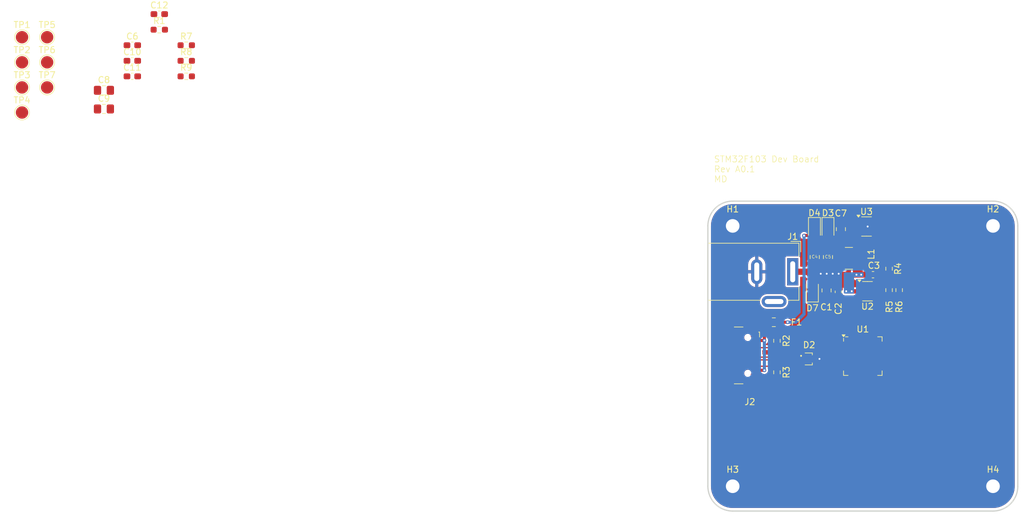
<source format=kicad_pcb>
(kicad_pcb (version 20241229) (generator "pcbnew") (generator_version "9.0")
  (layers (0 "F.Cu" signal) (4 "In1.Cu" signal) (6 "In2.Cu" signal) (2 "B.Cu" signal) (13 "F.Paste" user) (15 "B.Paste" user) (5 "F.SilkS" user "F.Silkscreen") (7 "B.SilkS" user "B.Silkscreen") (1 "F.Mask" user) (3 "B.Mask" user) (25 "Edge.Cuts" user))
  (net 0 "")
  (net 1 "+12V_D")
  (net 2 "GND")
  (net 3 "Net-(U2-SW)")
  (net 4 "Net-(U2-BOOT)")
  (net 5 "+5V_BOOST")
  (net 6 "Net-(U2-FB)")
  (net 7 "Net-(C6-Pad2)")
  (net 8 "+5V")
  (net 9 "+3V3")
  (net 10 "/USB_DN")
  (net 11 "/USB_DP")
  (net 12 "Net-(D1-A)")
  (net 13 "Net-(J2-CC1)")
  (net 14 "Net-(J2-CC2)")
  (net 15 "Net-(D5-A)")
  (net 16 "VBUS")
  (net 17 "Net-(D6-A)")
  (net 18 "Net-(D9-A)")
  (net 48 "+12V")
  (net 49 "Net-(F1-Pad1)")
  (footprint "Diode_SMD:D_0805_2012Metric_Pad1.15x1.40mm_HandSolder" (layer "F.Cu") (at 142.1892 79.510999 -90)
    (property "Reference" "D4" (at -2.599799 0 180) (layer "F.SilkS"))
    (property "Value" "D_Small")
    (fp_line (start -1.86 0.96) (end 1 0.96) (stroke (width 0.12)) (layer "F.SilkS"))
    (fp_line (start -1.86 -0.96) (end -1.86 0.96) (stroke (width 0.12)) (layer "F.SilkS"))
    (fp_line (start 1 -0.96) (end -1.86 -0.96) (stroke (width 0.12)) (layer "F.SilkS"))
    (pad "1" smd roundrect (at -1.024999 0 270) (size 1.15 1.4) (layers "F.Cu" "F.Mask" "F.Paste") (roundrect_rratio 0.217391) (net 8 "+5V"))
    (pad "2" smd roundrect (at 1.024999 0 270) (size 1.15 1.4) (layers "F.Cu" "F.Mask" "F.Paste") (roundrect_rratio 0.217391) (net 16 "VBUS"))
  )
  (footprint "Package_TO_SOT_SMD:SOT-23-6" (layer "F.Cu") (at 150.749 89.535)
    (property "Reference" "U2" (at 0 2.4638 0) (layer "F.SilkS"))
    (property "Value" "TPS54202DDC")
    (fp_line (start 0 -1.56) (end -0.8 -1.56) (stroke (width 0.12)) (layer "F.SilkS"))
    (fp_line (start 0 -1.56) (end 0.8 -1.56) (stroke (width 0.12)) (layer "F.SilkS"))
    (fp_line (start 0 1.56) (end -0.8 1.56) (stroke (width 0.12)) (layer "F.SilkS"))
    (fp_line (start 0 1.56) (end 0.8 1.56) (stroke (width 0.12)) (layer "F.SilkS"))
    (fp_poly (pts (xy -1.3 -1.51) (xy -1.54 -1.84) (xy -1.06 -1.84)) (stroke (width 0.12)) (fill yes) (layer "F.SilkS"))
    (pad "1" smd roundrect (at -1.1375 -0.95) (size 1.325 0.6) (layers "F.Cu" "F.Mask" "F.Paste") (net 2 "GND"))
    (pad "2" smd roundrect (at -1.1375 0) (size 1.325 0.6) (layers "F.Cu" "F.Mask" "F.Paste") (net 3 "Net-(U2-SW)"))
    (pad "3" smd roundrect (at -1.1375 0.95) (size 1.325 0.6) (layers "F.Cu" "F.Mask" "F.Paste") (net 1 "+12V_D"))
    (pad "4" smd roundrect (at 1.1375 0.95) (size 1.325 0.6) (layers "F.Cu" "F.Mask" "F.Paste") (net 6 "Net-(U2-FB)"))
    (pad "5" smd roundrect (at 1.1375 0) (size 1.325 0.6) (layers "F.Cu" "F.Mask" "F.Paste") (net 1 "+12V_D"))
    (pad "6" smd roundrect (at 1.1375 -0.95) (size 1.325 0.6) (layers "F.Cu" "F.Mask" "F.Paste") (net 4 "Net-(U2-BOOT)"))
  )
  (footprint "Capacitor_SMD:C_0603_1608Metric_Pad1.08x0.95mm_HandSolder" (layer "F.Cu") (at 146.05 89.638 90)
    (property "Reference" "C2" (at -2.7164 0 270) (layer "F.SilkS"))
    (property "Value" "0.1u")
    (fp_line (start -0.146267 -0.51) (end 0.146267 -0.51) (stroke (width 0.12)) (layer "F.SilkS"))
    (fp_line (start -0.146267 0.51) (end 0.146267 0.51) (stroke (width 0.12)) (layer "F.SilkS"))
    (pad "1" smd roundrect (at -0.862501 0 90) (size 1.075 0.95) (layers "F.Cu" "F.Mask" "F.Paste") (net 1 "+12V_D"))
    (pad "2" smd roundrect (at 0.862501 0 90) (size 1.075 0.95) (layers "F.Cu" "F.Mask" "F.Paste") (net 2 "GND"))
  )
  (footprint "Package_TO_SOT_SMD:SOT-23-5" (layer "F.Cu") (at 150.5911 79.0956)
    (property "Reference" "U3" (at 0 -2.4 0) (layer "F.SilkS"))
    (property "Value" "TLV75533PDBV")
    (fp_line (start 0 -1.560001) (end -0.8 -1.56) (stroke (width 0.12)) (layer "F.SilkS"))
    (fp_line (start 0 -1.560001) (end 0.8 -1.56) (stroke (width 0.12)) (layer "F.SilkS"))
    (fp_line (start 0 1.560001) (end -0.8 1.56) (stroke (width 0.12)) (layer "F.SilkS"))
    (fp_line (start 0 1.560001) (end 0.8 1.56) (stroke (width 0.12)) (layer "F.SilkS"))
    (fp_poly (pts (xy -1.3 -1.51) (xy -1.54 -1.84) (xy -1.06 -1.84)) (stroke (width 0.12)) (fill yes) (layer "F.SilkS"))
    (pad "1" smd roundrect (at -1.1375 -0.949999) (size 1.325 0.6) (layers "F.Cu" "F.Mask" "F.Paste") (net 8 "+5V"))
    (pad "2" smd roundrect (at -1.1375 0) (size 1.325 0.6) (layers "F.Cu" "F.Mask" "F.Paste") (net 2 "GND"))
    (pad "3" smd roundrect (at -1.1375 0.949999) (size 1.325 0.6) (layers "F.Cu" "F.Mask" "F.Paste") (net 8 "+5V"))
    (pad "4" smd roundrect (at 1.1375 0.949999) (size 1.325 0.6) (layers "F.Cu" "F.Mask" "F.Paste"))
    (pad "5" smd roundrect (at 1.1375 -0.949999) (size 1.325 0.6) (layers "F.Cu" "F.Mask" "F.Paste") (net 9 "+3V3"))
  )
  (footprint "Resistor_SMD:R_0603_1608Metric_Pad0.98x0.95mm_HandSolder" (layer "F.Cu") (at 154.2288 85.9028 -90)
    (property "Reference" "R4" (at 0 -1.43 90) (layer "F.SilkS"))
    (property "Value" "49.9")
    (fp_line (start -0.254724 0.5225) (end 0.254724 0.5225) (stroke (width 0.12)) (layer "F.SilkS"))
    (fp_line (start -0.254724 -0.5225) (end 0.254724 -0.5225) (stroke (width 0.12)) (layer "F.SilkS"))
    (pad "1" smd roundrect (at -0.9125 0 270) (size 0.975 0.95) (layers "F.Cu" "F.Mask" "F.Paste") (net 5 "+5V_BOOST"))
    (pad "2" smd roundrect (at 0.9125 0 270) (size 0.975 0.95) (layers "F.Cu" "F.Mask" "F.Paste") (net 7 "Net-(C6-Pad2)"))
  )
  (footprint "TestPoint:TestPoint_Pad_D2.0mm" (layer "F.Cu") (at 18.401 56.656)
    (property "Reference" "TP7" (at 0 -1.998 0) (layer "F.SilkS"))
    (property "Value" "TestPoint")
    (fp_circle (center 0 0) (end 0 1.2) (stroke (width 0.12)) (fill no) (layer "F.SilkS"))
    (pad "1" smd circle (at 0 0) (size 2 2) (layers "F.Cu" "F.Mask") (net 16 "VBUS"))
  )
  (footprint "Package_TO_SOT_SMD:SOT-416" (layer "F.Cu") (at 141.336 100.457)
    (property "Reference" "D2" (at 0 -2.25 0) (layer "F.SilkS"))
    (property "Value" "RCLAMP0502B")
    (fp_line (start 0.51 -0.96) (end -0.65 -0.96) (stroke (width 0.12)) (layer "F.SilkS"))
    (fp_line (start 0.51 -0.96) (end 0.51 -0.65) (stroke (width 0.12)) (layer "F.SilkS"))
    (fp_line (start 0.51 0.96) (end -0.65 0.96) (stroke (width 0.12)) (layer "F.SilkS"))
    (fp_line (start 0.51 0.96) (end 0.51 0.65) (stroke (width 0.12)) (layer "F.SilkS"))
    (fp_circle (center -1.3 -0.5) (end -1.15 -0.5) (fill yes) (layer "F.SilkS"))
    (pad "1" smd roundrect (at -0.65 -0.5) (size 0.6 0.5) (layers "F.Cu" "F.Mask" "F.Paste") (net 10 "/USB_DN"))
    (pad "2" smd roundrect (at -0.65 0.5) (size 0.6 0.5) (layers "F.Cu" "F.Mask" "F.Paste") (net 11 "/USB_DP"))
    (pad "3" smd roundrect (at 0.65 0) (size 0.6 0.5) (layers "F.Cu" "F.Mask" "F.Paste") (net 2 "GND"))
  )
  (footprint "Connector_BarrelJack:BarrelJack_Wuerth_6941xx301002" (layer "F.Cu") (at 138.684 86.395 -90)
    (property "Reference" "J1" (at -5.6738 0 0) (layer "F.SilkS"))
    (property "Value" "12V")
    (fp_line (start -4.6 13.7) (end -4.6 -1) (stroke (width 0.12)) (layer "F.SilkS"))
    (fp_line (start 4.6 13.7) (end -4.6 13.7) (stroke (width 0.12)) (layer "F.SilkS"))
    (fp_line (start 4.6 5.2) (end 4.6 13.7) (stroke (width 0.12)) (layer "F.SilkS"))
    (fp_line (start -4.6 -1) (end -2.5 -1) (stroke (width 0.12)) (layer "F.SilkS"))
    (fp_line (start 2.5 -1) (end 4.6 -1) (stroke (width 0.12)) (layer "F.SilkS"))
    (fp_line (start 4.6 -1) (end 4.6 0.8) (stroke (width 0.12)) (layer "F.SilkS"))
    (fp_line (start -4.9 -1.3) (end -4.9 0.3) (stroke (width 0.12)) (layer "F.SilkS"))
    (fp_line (start -3.2 -1.3) (end -4.9 -1.3) (stroke (width 0.12)) (layer "F.SilkS"))
    (pad "1" thru_hole rect (at 0 0 270) (size 4.4 1.8) (drill oval 3.4 0.8) (layers "*.Cu" "*.Mask") (net 48 "+12V"))
    (pad "2" thru_hole oval (at 0 5.8 270) (size 4 1.8) (drill oval 3 0.8) (layers "*.Cu" "*.Mask") (net 2 "GND"))
    (pad "3" thru_hole oval (at 4.8 3) (size 4 1.8) (drill oval 3 0.8) (layers "*.Cu" "*.Mask"))
  )
  (footprint "Resistor_SMD:R_0603_1608Metric_Pad0.98x0.95mm_HandSolder" (layer "F.Cu") (at 40.845 49.8515)
    (property "Reference" "R7" (at 0 -1.43 0) (layer "F.SilkS"))
    (property "Value" "1k")
    (fp_line (start -0.254724 -0.5225) (end 0.254724 -0.5225) (stroke (width 0.12)) (layer "F.SilkS"))
    (fp_line (start -0.254724 0.5225) (end 0.254724 0.5225) (stroke (width 0.12)) (layer "F.SilkS"))
    (pad "1" smd roundrect (at -0.9125 0) (size 0.975 0.95) (layers "F.Cu" "F.Mask" "F.Paste") (net 5 "+5V_BOOST"))
    (pad "2" smd roundrect (at 0.9125 0) (size 0.975 0.95) (layers "F.Cu" "F.Mask" "F.Paste") (net 15 "Net-(D5-A)"))
  )
  (footprint "Capacitor_SMD:C_0805_2012Metric_Pad1.18x1.45mm_HandSolder" (layer "F.Cu") (at 144.145 89.408 90)
    (property "Reference" "C1" (at -2.6924 -0.0254 180) (layer "F.SilkS"))
    (property "Value" "10U")
    (fp_line (start -0.261253 -0.735) (end 0.261253 -0.735) (stroke (width 0.12)) (layer "F.SilkS"))
    (fp_line (start -0.261253 0.735) (end 0.261253 0.735) (stroke (width 0.12)) (layer "F.SilkS"))
    (pad "1" smd roundrect (at -1.0375 0 90) (size 1.175 1.45) (layers "F.Cu" "F.Mask" "F.Paste") (roundrect_rratio 0.212766) (net 1 "+12V_D"))
    (pad "2" smd roundrect (at 1.0375 0 90) (size 1.175 1.45) (layers "F.Cu" "F.Mask" "F.Paste") (roundrect_rratio 0.212766) (net 2 "GND"))
  )
  (footprint "TestPoint:TestPoint_Pad_D2.0mm" (layer "F.Cu") (at 14.351 52.606)
    (property "Reference" "TP2" (at 0 -1.998 0) (layer "F.SilkS"))
    (property "Value" "TestPoint")
    (fp_circle (center 0 0) (end 0 1.2) (stroke (width 0.12)) (fill no) (layer "F.SilkS"))
    (pad "1" smd circle (at 0 0) (size 2 2) (layers "F.Cu" "F.Mask") (net 1 "+12V_D"))
  )
  (footprint "TestPoint:TestPoint_Pad_D2.0mm" (layer "F.Cu") (at 14.351 60.706)
    (property "Reference" "TP4" (at 0 -1.998 0) (layer "F.SilkS"))
    (property "Value" "TestPoint")
    (fp_circle (center 0 0) (end 0 1.2) (stroke (width 0.12)) (fill no) (layer "F.SilkS"))
    (pad "1" smd circle (at 0 0) (size 2 2) (layers "F.Cu" "F.Mask") (net 6 "Net-(U2-FB)"))
  )
  (footprint "Capacitor_SMD:C_0805_2012Metric_Pad1.18x1.45mm_HandSolder" (layer "F.Cu") (at 144.3736 84.0232 -90)
    (property "Reference" "C5" (at -0.0508 0 180) (layer "F.SilkS") (effects (font (size 0.5 0.5) (thickness 0.0625))))
    (property "Value" "22u")
    (fp_line (start -0.261253 0.735) (end 0.261253 0.735) (stroke (width 0.12)) (layer "F.SilkS"))
    (fp_line (start -0.261253 -0.735) (end 0.261253 -0.735) (stroke (width 0.12)) (layer "F.SilkS"))
    (pad "1" smd roundrect (at -1.0375 0 270) (size 1.175 1.45) (layers "F.Cu" "F.Mask" "F.Paste") (roundrect_rratio 0.212766) (net 5 "+5V_BOOST"))
    (pad "2" smd roundrect (at 1.0375 0 270) (size 1.175 1.45) (layers "F.Cu" "F.Mask" "F.Paste") (roundrect_rratio 0.212766) (net 2 "GND"))
  )
  (footprint "Resistor_SMD:R_0603_1608Metric_Pad0.98x0.95mm_HandSolder" (layer "F.Cu") (at 136.144 102.616 -90)
    (property "Reference" "R3" (at 0 -1.524 90) (layer "F.SilkS"))
    (property "Value" "5.1k")
    (fp_line (start -0.254724 0.5225) (end 0.254724 0.5225) (stroke (width 0.12)) (layer "F.SilkS"))
    (fp_line (start -0.254724 -0.5225) (end 0.254724 -0.5225) (stroke (width 0.12)) (layer "F.SilkS"))
    (pad "1" smd roundrect (at -0.9125 0 270) (size 0.975 0.95) (layers "F.Cu" "F.Mask" "F.Paste") (net 14 "Net-(J2-CC2)"))
    (pad "2" smd roundrect (at 0.9125 0 270) (size 0.975 0.95) (layers "F.Cu" "F.Mask" "F.Paste") (net 2 "GND"))
  )
  (footprint "Resistor_SMD:R_0603_1608Metric_Pad0.98x0.95mm_HandSolder" (layer "F.Cu") (at 155.8544 89.3572 90)
    (property "Reference" "R6" (at -2.6924 0 90) (layer "F.SilkS"))
    (property "Value" "13.3k")
    (fp_line (start -0.254724 -0.5225) (end 0.254724 -0.5225) (stroke (width 0.12)) (layer "F.SilkS"))
    (fp_line (start -0.254724 0.5225) (end 0.254724 0.5225) (stroke (width 0.12)) (layer "F.SilkS"))
    (pad "1" smd roundrect (at -0.9125 0 90) (size 0.975 0.95) (layers "F.Cu" "F.Mask" "F.Paste") (net 6 "Net-(U2-FB)"))
    (pad "2" smd roundrect (at 0.9125 0 90) (size 0.975 0.95) (layers "F.Cu" "F.Mask" "F.Paste") (net 2 "GND"))
  )
  (footprint "Resistor_SMD:R_0603_1608Metric_Pad0.98x0.95mm_HandSolder" (layer "F.Cu") (at 154.2288 89.3572 -90)
    (property "Reference" "R5" (at 2.6924 -0.0508 90) (layer "F.SilkS"))
    (property "Value" "100k")
    (fp_line (start -0.254724 0.5225) (end 0.254724 0.5225) (stroke (width 0.12)) (layer "F.SilkS"))
    (fp_line (start -0.254724 -0.5225) (end 0.254724 -0.5225) (stroke (width 0.12)) (layer "F.SilkS"))
    (pad "1" smd roundrect (at -0.9125 0 270) (size 0.975 0.95) (layers "F.Cu" "F.Mask" "F.Paste") (net 7 "Net-(C6-Pad2)"))
    (pad "2" smd roundrect (at 0.9125 0 270) (size 0.975 0.95) (layers "F.Cu" "F.Mask" "F.Paste") (net 6 "Net-(U2-FB)"))
  )
  (footprint "Capacitor_SMD:C_0805_2012Metric_Pad1.18x1.45mm_HandSolder" (layer "F.Cu") (at 27.565 57.1215)
    (property "Reference" "C8" (at 0 -1.68 0) (layer "F.SilkS"))
    (property "Value" "1u")
    (fp_line (start -0.261252 -0.735) (end 0.261252 -0.735) (stroke (width 0.12)) (layer "F.SilkS"))
    (fp_line (start -0.261252 0.735) (end 0.261252 0.735) (stroke (width 0.12)) (layer "F.SilkS"))
    (pad "1" smd roundrect (at -1.0375 0) (size 1.175 1.45) (layers "F.Cu" "F.Mask" "F.Paste") (roundrect_rratio 0.212766) (net 9 "+3V3"))
    (pad "2" smd roundrect (at 1.0375 0) (size 1.175 1.45) (layers "F.Cu" "F.Mask" "F.Paste") (roundrect_rratio 0.212766) (net 2 "GND"))
  )
  (footprint "TestPoint:TestPoint_Pad_D2.0mm" (layer "F.Cu") (at 14.351 48.556)
    (property "Reference" "TP1" (at 0 -1.998 0) (layer "F.SilkS"))
    (property "Value" "TestPoint")
    (fp_circle (center 0 0) (end 0 1.2) (stroke (width 0.12)) (fill no) (layer "F.SilkS"))
    (pad "1" smd circle (at 0 0) (size 2 2) (layers "F.Cu" "F.Mask") (net 48 "+12V"))
  )
  (footprint "Inductor_SMD:L_Coilcraft_LPS3314" (layer "F.Cu") (at 147.751199 84.2264 180)
    (property "Reference" "L1" (at -3.582001 0.6604 90) (layer "F.SilkS"))
    (property "Value" "15uH")
    (fp_line (start -0.6 1.76) (end 0.6 1.76) (stroke (width 0.12)) (layer "F.SilkS"))
    (fp_line (start -0.6 -1.76) (end 0.6 -1.76) (stroke (width 0.12)) (layer "F.SilkS"))
    (pad "1" smd custom (at -1.550001 0 180) (size 0.6 0.881) (layers "F.Cu" "F.Mask" "F.Paste") (net 3 "Net-(U2-SW)") (options (clearance outline) (anchor rect)) (primitives (gr_poly (pts (xy 0.75 -0.885) (xy 0.3 -0.4405) (xy 0.3 0.4405) (xy 0.75 0.885) (xy 0.75 1.85) (xy 0.225 1.85) (xy -0.3 1.325) (xy -0.3 -1.325) (xy 0.225 -1.85) (xy 0.75 -1.85)) (width 0) (fill yes))))
    (pad "2" smd custom (at 1.550001 0) (size 0.6 0.881) (layers "F.Cu" "F.Mask" "F.Paste") (net 5 "+5V_BOOST") (options (clearance outline) (anchor rect)) (primitives (gr_poly (pts (xy 0.75 -0.885) (xy 0.3 -0.4405) (xy 0.3 0.4405) (xy 0.75 0.885) (xy 0.75 1.85) (xy 0.225 1.85) (xy -0.3 1.325) (xy -0.3 -1.325) (xy 0.225 -1.85) (xy 0.75 -1.85)) (width 0) (fill yes))))
  )
  (footprint "Resistor_SMD:R_0603_1608Metric_Pad0.98x0.95mm_HandSolder" (layer "F.Cu") (at 40.845 52.3615)
    (property "Reference" "R8" (at 0 -1.43 0) (layer "F.SilkS"))
    (property "Value" "1k")
    (fp_line (start -0.254724 -0.5225) (end 0.254724 -0.5225) (stroke (width 0.12)) (layer "F.SilkS"))
    (fp_line (start -0.254724 0.5225) (end 0.254724 0.5225) (stroke (width 0.12)) (layer "F.SilkS"))
    (pad "1" smd roundrect (at -0.9125 0) (size 0.975 0.95) (layers "F.Cu" "F.Mask" "F.Paste") (net 16 "VBUS"))
    (pad "2" smd roundrect (at 0.9125 0) (size 0.975 0.95) (layers "F.Cu" "F.Mask" "F.Paste") (net 17 "Net-(D6-A)"))
  )
  (footprint "Capacitor_SMD:C_0805_2012Metric_Pad1.18x1.45mm_HandSolder" (layer "F.Cu") (at 146.4564 79.5235 -90)
    (property "Reference" "C7" (at -2.5615 0 180) (layer "F.SilkS"))
    (property "Value" "1u")
    (fp_line (start -0.261253 0.735) (end 0.261253 0.735) (stroke (width 0.12)) (layer "F.SilkS"))
    (fp_line (start -0.261253 -0.735) (end 0.261253 -0.735) (stroke (width 0.12)) (layer "F.SilkS"))
    (pad "1" smd roundrect (at -1.0375 0 270) (size 1.175 1.45) (layers "F.Cu" "F.Mask" "F.Paste") (roundrect_rratio 0.212766) (net 8 "+5V"))
    (pad "2" smd roundrect (at 1.0375 0 270) (size 1.175 1.45) (layers "F.Cu" "F.Mask" "F.Paste") (roundrect_rratio 0.212766) (net 2 "GND"))
  )
  (footprint "Package_DFN_QFN:QFN-36-1EP_6x6mm_P0.5mm_EP4.1x4.1mm" (layer "F.Cu") (at 150 100)
    (property "Reference" "U1" (at 0 -4.33 0) (layer "F.SilkS"))
    (property "Value" "STM32F103T6Ux")
    (fp_line (start -3.11 -2.385) (end -3.11 -2.87) (stroke (width 0.12)) (layer "F.SilkS"))
    (fp_line (start -3.11 3.11) (end -3.11 2.385) (stroke (width 0.12)) (layer "F.SilkS"))
    (fp_line (start -2.385 -3.11) (end -2.81 -3.11) (stroke (width 0.12)) (layer "F.SilkS"))
    (fp_line (start -2.385 3.11) (end -3.11 3.11) (stroke (width 0.12)) (layer "F.SilkS"))
    (fp_line (start 2.385 -3.11) (end 3.11 -3.11) (stroke (width 0.12)) (layer "F.SilkS"))
    (fp_line (start 2.385 3.11) (end 3.11 3.11) (stroke (width 0.12)) (layer "F.SilkS"))
    (fp_line (start 3.11 -3.11) (end 3.11 -2.385) (stroke (width 0.12)) (layer "F.SilkS"))
    (fp_line (start 3.11 3.11) (end 3.11 2.385) (stroke (width 0.12)) (layer "F.SilkS"))
    (fp_poly (pts (xy -3.11 -3.11) (xy -3.35 -3.44) (xy -2.87 -3.44)) (stroke (width 0.12)) (fill yes) (layer "F.SilkS"))
    (pad "1" smd roundrect (at -2.8375 -2) (size 1.075 0.25) (layers "F.Cu" "F.Mask" "F.Paste") (net 9 "+3V3"))
    (pad "2" smd roundrect (at -2.8375 -1.5) (size 1.075 0.25) (layers "F.Cu" "F.Mask" "F.Paste"))
    (pad "3" smd roundrect (at -2.8375 -1) (size 1.075 0.25) (layers "F.Cu" "F.Mask" "F.Paste"))
    (pad "4" smd roundrect (at -2.8375 -0.5) (size 1.075 0.25) (layers "F.Cu" "F.Mask" "F.Paste"))
    (pad "5" smd roundrect (at -2.8375 0) (size 1.075 0.25) (layers "F.Cu" "F.Mask" "F.Paste") (net 2 "GND"))
    (pad "6" smd roundrect (at -2.8375 0.5) (size 1.075 0.25) (layers "F.Cu" "F.Mask" "F.Paste") (net 9 "+3V3"))
    (pad "7" smd roundrect (at -2.8375 1) (size 1.075 0.25) (layers "F.Cu" "F.Mask" "F.Paste"))
    (pad "8" smd roundrect (at -2.8375 1.5) (size 1.075 0.25) (layers "F.Cu" "F.Mask" "F.Paste"))
    (pad "9" smd roundrect (at -2.8375 2) (size 1.075 0.25) (layers "F.Cu" "F.Mask" "F.Paste"))
    (pad "10" smd roundrect (at -2 2.8375) (size 0.25 1.075) (layers "F.Cu" "F.Mask" "F.Paste"))
    (pad "11" smd roundrect (at -1.5 2.8375) (size 0.25 1.075) (layers "F.Cu" "F.Mask" "F.Paste"))
    (pad "12" smd roundrect (at -1 2.8375) (size 0.25 1.075) (layers "F.Cu" "F.Mask" "F.Paste"))
    (pad "13" smd roundrect (at -0.5 2.8375) (size 0.25 1.075) (layers "F.Cu" "F.Mask" "F.Paste"))
    (pad "14" smd roundrect (at 0 2.8375) (size 0.25 1.075) (layers "F.Cu" "F.Mask" "F.Paste"))
    (pad "15" smd roundrect (at 0.5 2.8375) (size 0.25 1.075) (layers "F.Cu" "F.Mask" "F.Paste"))
    (pad "16" smd roundrect (at 1 2.8375) (size 0.25 1.075) (layers "F.Cu" "F.Mask" "F.Paste"))
    (pad "17" smd roundrect (at 1.5 2.8375) (size 0.25 1.075) (layers "F.Cu" "F.Mask" "F.Paste"))
    (pad "18" smd roundrect (at 2 2.8375) (size 0.25 1.075) (layers "F.Cu" "F.Mask" "F.Paste") (net 2 "GND"))
    (pad "19" smd roundrect (at 2.8375 2) (size 1.075 0.25) (layers "F.Cu" "F.Mask" "F.Paste") (net 9 "+3V3"))
    (pad "20" smd roundrect (at 2.8375 1.5) (size 1.075 0.25) (layers "F.Cu" "F.Mask" "F.Paste"))
    (pad "21" smd roundrect (at 2.8375 1) (size 1.075 0.25) (layers "F.Cu" "F.Mask" "F.Paste"))
    (pad "22" smd roundrect (at 2.8375 0.5) (size 1.075 0.25) (layers "F.Cu" "F.Mask" "F.Paste"))
    (pad "23" smd roundrect (at 2.8375 0) (size 1.075 0.25) (layers "F.Cu" "F.Mask" "F.Paste"))
    (pad "24" smd roundrect (at 2.8375 -0.5) (size 1.075 0.25) (layers "F.Cu" "F.Mask" "F.Paste"))
    (pad "25" smd roundrect (at 2.8375 -1) (size 1.075 0.25) (layers "F.Cu" "F.Mask" "F.Paste"))
    (pad "26" smd roundrect (at 2.8375 -1.5) (size 1.075 0.25) (layers "F.Cu" "F.Mask" "F.Paste") (net 2 "GND"))
    (pad "27" smd roundrect (at 2.8375 -2) (size 1.075 0.25) (layers "F.Cu" "F.Mask" "F.Paste") (net 9 "+3V3"))
    (pad "28" smd roundrect (at 2 -2.8375) (size 0.25 1.075) (layers "F.Cu" "F.Mask" "F.Paste"))
    (pad "29" smd roundrect (at 1.5 -2.8375) (size 0.25 1.075) (layers "F.Cu" "F.Mask" "F.Paste"))
    (pad "30" smd roundrect (at 1 -2.8375) (size 0.25 1.075) (layers "F.Cu" "F.Mask" "F.Paste"))
    (pad "31" smd roundrect (at 0.5 -2.8375) (size 0.25 1.075) (layers "F.Cu" "F.Mask" "F.Paste"))
    (pad "32" smd roundrect (at 0 -2.8375) (size 0.25 1.075) (layers "F.Cu" "F.Mask" "F.Paste"))
    (pad "33" smd roundrect (at -0.5 -2.8375) (size 0.25 1.075) (layers "F.Cu" "F.Mask" "F.Paste"))
    (pad "34" smd roundrect (at -1 -2.8375) (size 0.25 1.075) (layers "F.Cu" "F.Mask" "F.Paste"))
    (pad "35" smd roundrect (at -1.5 -2.8375) (size 0.25 1.075) (layers "F.Cu" "F.Mask" "F.Paste"))
    (pad "36" smd roundrect (at -2 -2.8375) (size 0.25 1.075) (layers "F.Cu" "F.Mask" "F.Paste") (net 2 "GND"))
    (pad "37" smd rect (at 0 0) (size 4.1 4.1) (property pad_prop_heatsink) (layers "F.Cu" "F.Mask") (net 2 "GND"))
  )
  (footprint "TestPoint:TestPoint_Pad_D2.0mm" (layer "F.Cu") (at 18.401 48.556)
    (property "Reference" "TP5" (at 0 -1.998 0) (layer "F.SilkS"))
    (property "Value" "TestPoint")
    (fp_circle (center 0 0) (end 0 1.2) (stroke (width 0.12)) (fill no) (layer "F.SilkS"))
    (pad "1" smd circle (at 0 0) (size 2 2) (layers "F.Cu" "F.Mask") (net 8 "+5V"))
  )
  (footprint "Capacitor_SMD:C_0805_2012Metric_Pad1.18x1.45mm_HandSolder" (layer "F.Cu") (at 142.24 84.0232 -90)
    (property "Reference" "C4" (at -0.0508 0 180) (layer "F.SilkS") (effects (font (size 0.5 0.5) (thickness 0.0625))))
    (property "Value" "22u")
    (fp_line (start -0.261253 0.735) (end 0.261253 0.735) (stroke (width 0.12)) (layer "F.SilkS"))
    (fp_line (start -0.261253 -0.735) (end 0.261253 -0.735) (stroke (width 0.12)) (layer "F.SilkS"))
    (pad "1" smd roundrect (at -1.0375 0 270) (size 1.175 1.45) (layers "F.Cu" "F.Mask" "F.Paste") (roundrect_rratio 0.212766) (net 5 "+5V_BOOST"))
    (pad "2" smd roundrect (at 1.0375 0 270) (size 1.175 1.45) (layers "F.Cu" "F.Mask" "F.Paste") (roundrect_rratio 0.212766) (net 2 "GND"))
  )
  (footprint "Diode_SMD:D_0805_2012Metric_Pad1.15x1.40mm_HandSolder" (layer "F.Cu") (at 141.859 89.408 90)
    (property "Reference" "D7" (at -2.8448 0 180) (layer "F.SilkS"))
    (property "Value" "D_Small")
    (fp_line (start 1 -0.96) (end -1.86 -0.96) (stroke (width 0.12)) (layer "F.SilkS"))
    (fp_line (start -1.86 -0.96) (end -1.86 0.96) (stroke (width 0.12)) (layer "F.SilkS"))
    (fp_line (start -1.86 0.96) (end 1 0.96) (stroke (width 0.12)) (layer "F.SilkS"))
    (pad "1" smd roundrect (at -1.024999 0 90) (size 1.15 1.4) (layers "F.Cu" "F.Mask" "F.Paste") (roundrect_rratio 0.217391) (net 1 "+12V_D"))
    (pad "2" smd roundrect (at 1.024999 0 90) (size 1.15 1.4) (layers "F.Cu" "F.Mask" "F.Paste") (roundrect_rratio 0.217391) (net 48 "+12V"))
  )
  (footprint "MountingHole:MountingHole_2.2mm_M2_ISO7380_Pad_TopBottom" (layer "F.Cu") (at 171 121)
    (property "Reference" "H4" (at 0 -2.7 0) (layer "F.SilkS"))
    (property "Value" "M2")
    (pad "1" thru_hole circle (at 0 0) (size 2.6 2.6) (drill 2.2) (layers "*.Cu" "*.Mask") (net 2 "GND"))
    (pad "1" connect circle (at 0 0) (size 3.5 3.5) (layers "F.Cu" "F.Mask") (net 2 "GND"))
    (pad "1" connect circle (at 0 0) (size 3.5 3.5) (layers "B.Cu" "B.Mask") (net 2 "GND"))
  )
  (footprint "MountingHole:MountingHole_2.2mm_M2_ISO7380_Pad_TopBottom" (layer "F.Cu") (at 129 121)
    (property "Reference" "H3" (at 0 -2.7 0) (layer "F.SilkS"))
    (property "Value" "M2")
    (pad "1" thru_hole circle (at 0 0) (size 2.6 2.6) (drill 2.2) (layers "*.Cu" "*.Mask") (net 2 "GND"))
    (pad "1" connect circle (at 0 0) (size 3.5 3.5) (layers "F.Cu" "F.Mask") (net 2 "GND"))
    (pad "1" connect circle (at 0 0) (size 3.5 3.5) (layers "B.Cu" "B.Mask") (net 2 "GND"))
  )
  (footprint "TestPoint:TestPoint_Pad_D2.0mm" (layer "F.Cu") (at 18.401 52.606)
    (property "Reference" "TP6" (at 0 -1.998 0) (layer "F.SilkS"))
    (property "Value" "TestPoint")
    (fp_circle (center 0 0) (end 0 1.2) (stroke (width 0.12)) (fill no) (layer "F.SilkS"))
    (pad "1" smd circle (at 0 0) (size 2 2) (layers "F.Cu" "F.Mask") (net 9 "+3V3"))
  )
  (footprint "Capacitor_SMD:C_0805_2012Metric_Pad1.18x1.45mm_HandSolder" (layer "F.Cu") (at 27.565 60.1315)
    (property "Reference" "C9" (at 0 -1.68 0) (layer "F.SilkS"))
    (property "Value" "10U")
    (fp_line (start -0.261252 -0.735) (end 0.261252 -0.735) (stroke (width 0.12)) (layer "F.SilkS"))
    (fp_line (start -0.261252 0.735) (end 0.261252 0.735) (stroke (width 0.12)) (layer "F.SilkS"))
    (pad "1" smd roundrect (at -1.0375 0) (size 1.175 1.45) (layers "F.Cu" "F.Mask" "F.Paste") (roundrect_rratio 0.212766) (net 9 "+3V3"))
    (pad "2" smd roundrect (at 1.0375 0) (size 1.175 1.45) (layers "F.Cu" "F.Mask" "F.Paste") (roundrect_rratio 0.212766) (net 2 "GND"))
  )
  (footprint "Capacitor_SMD:C_0603_1608Metric_Pad1.08x0.95mm_HandSolder" (layer "F.Cu") (at 36.495 44.8315)
    (property "Reference" "C12" (at 0 -1.43 0) (layer "F.SilkS"))
    (property "Value" "0.1u")
    (fp_line (start -0.146267 -0.51) (end 0.146267 -0.51) (stroke (width 0.12)) (layer "F.SilkS"))
    (fp_line (start -0.146267 0.51) (end 0.146267 0.51) (stroke (width 0.12)) (layer "F.SilkS"))
    (pad "1" smd roundrect (at -0.8625 0) (size 1.075 0.95) (layers "F.Cu" "F.Mask" "F.Paste") (net 9 "+3V3"))
    (pad "2" smd roundrect (at 0.8625 0) (size 1.075 0.95) (layers "F.Cu" "F.Mask" "F.Paste") (net 2 "GND"))
  )
  (footprint "Capacitor_SMD:C_0603_1608Metric_Pad1.08x0.95mm_HandSolder" (layer "F.Cu") (at 32.145 54.8715)
    (property "Reference" "C11" (at 0 -1.43 0) (layer "F.SilkS"))
    (property "Value" "0.1u")
    (fp_line (start -0.146267 -0.51) (end 0.146267 -0.51) (stroke (width 0.12)) (layer "F.SilkS"))
    (fp_line (start -0.146267 0.51) (end 0.146267 0.51) (stroke (width 0.12)) (layer "F.SilkS"))
    (pad "1" smd roundrect (at -0.8625 0) (size 1.075 0.95) (layers "F.Cu" "F.Mask" "F.Paste") (net 9 "+3V3"))
    (pad "2" smd roundrect (at 0.8625 0) (size 1.075 0.95) (layers "F.Cu" "F.Mask" "F.Paste") (net 2 "GND"))
  )
  (footprint "Capacitor_SMD:C_0603_1608Metric_Pad1.08x0.95mm_HandSolder" (layer "F.Cu") (at 32.145 52.3615)
    (property "Reference" "C10" (at 0 -1.43 0) (layer "F.SilkS"))
    (property "Value" "0.1u")
    (fp_line (start -0.146267 -0.51) (end 0.146267 -0.51) (stroke (width 0.12)) (layer "F.SilkS"))
    (fp_line (start -0.146267 0.51) (end 0.146267 0.51) (stroke (width 0.12)) (layer "F.SilkS"))
    (pad "1" smd roundrect (at -0.8625 0) (size 1.075 0.95) (layers "F.Cu" "F.Mask" "F.Paste") (net 9 "+3V3"))
    (pad "2" smd roundrect (at 0.8625 0) (size 1.075 0.95) (layers "F.Cu" "F.Mask" "F.Paste") (net 2 "GND"))
  )
  (footprint "Fuse:Fuse_0805_2012Metric_Pad1.15x1.40mm_HandSolder" (layer "F.Cu") (at 135.636 94.5388)
    (property "Reference" "F1" (at 3.6576 0 0) (layer "F.SilkS"))
    (property "Value" "1A")
    (fp_line (start -0.261252 -0.71) (end 0.261252 -0.71) (stroke (width 0.12)) (layer "F.SilkS"))
    (fp_line (start -0.261252 0.71) (end 0.261252 0.71) (stroke (width 0.12)) (layer "F.SilkS"))
    (pad "1" smd roundrect (at -1.024999 0) (size 1.15 1.4) (layers "F.Cu" "F.Mask" "F.Paste") (roundrect_rratio 0.217391) (net 49 "Net-(F1-Pad1)"))
    (pad "2" smd roundrect (at 1.024999 0) (size 1.15 1.4) (layers "F.Cu" "F.Mask" "F.Paste") (roundrect_rratio 0.217391) (net 16 "VBUS"))
  )
  (footprint "Resistor_SMD:R_0603_1608Metric_Pad0.98x0.95mm_HandSolder" (layer "F.Cu") (at 136.144 97.536 90)
    (property "Reference" "R2" (at 0 1.524 90) (layer "F.SilkS"))
    (property "Value" "5.1k")
    (fp_line (start -0.254724 -0.5225) (end 0.254724 -0.5225) (stroke (width 0.12)) (layer "F.SilkS"))
    (fp_line (start -0.254724 0.5225) (end 0.254724 0.5225) (stroke (width 0.12)) (layer "F.SilkS"))
    (pad "1" smd roundrect (at -0.9125 0 90) (size 0.975 0.95) (layers "F.Cu" "F.Mask" "F.Paste") (net 13 "Net-(J2-CC1)"))
    (pad "2" smd roundrect (at 0.9125 0 90) (size 0.975 0.95) (layers "F.Cu" "F.Mask" "F.Paste") (net 2 "GND"))
  )
  (footprint "MountingHole:MountingHole_2.2mm_M2_ISO7380_Pad_TopBottom" (layer "F.Cu") (at 129 79)
    (property "Reference" "H1" (at 0 -2.7 0) (layer "F.SilkS"))
    (property "Value" "M2")
    (pad "1" thru_hole circle (at 0 0) (size 2.6 2.6) (drill 2.2) (layers "*.Cu" "*.Mask") (net 2 "GND"))
    (pad "1" connect circle (at 0 0) (size 3.5 3.5) (layers "F.Cu" "F.Mask") (net 2 "GND"))
    (pad "1" connect circle (at 0 0) (size 3.5 3.5) (layers "B.Cu" "B.Mask") (net 2 "GND"))
  )
  (footprint "Resistor_SMD:R_0603_1608Metric_Pad0.98x0.95mm_HandSolder" (layer "F.Cu") (at 36.495 47.3415)
    (property "Reference" "R1" (at 0 -1.43 0) (layer "F.SilkS"))
    (property "Value" "1k")
    (fp_line (start -0.254724 -0.5225) (end 0.254724 -0.5225) (stroke (width 0.12)) (layer "F.SilkS"))
    (fp_line (start -0.254724 0.5225) (end 0.254724 0.5225) (stroke (width 0.12)) (layer "F.SilkS"))
    (pad "1" smd roundrect (at -0.9125 0) (size 0.975 0.95) (layers "F.Cu" "F.Mask" "F.Paste") (net 1 "+12V_D"))
    (pad "2" smd roundrect (at 0.9125 0) (size 0.975 0.95) (layers "F.Cu" "F.Mask" "F.Paste") (net 12 "Net-(D1-A)"))
  )
  (footprint "TestPoint:TestPoint_Pad_D2.0mm" (layer "F.Cu") (at 14.351 56.656)
    (property "Reference" "TP3" (at 0 -1.998 0) (layer "F.SilkS"))
    (property "Value" "TestPoint")
    (fp_circle (center 0 0) (end 0 1.2) (stroke (width 0.12)) (fill no) (layer "F.SilkS"))
    (pad "1" smd circle (at 0 0) (size 2 2) (layers "F.Cu" "F.Mask") (net 5 "+5V_BOOST"))
  )
  (footprint "Connector_USB:USB_C_Receptacle_GCT_USB4110" (layer "F.Cu") (at 128.825 99.89 -90)
    (property "Reference" "J2" (at 7.5012 -2.9502 0) (layer "F.SilkS"))
    (property "Value" "USB C")
    (fp_line (start -4.580001 -0.435) (end -4.58 -1.845) (stroke (width 0.12)) (layer "F.SilkS"))
    (fp_line (start 4.580001 -0.435) (end 4.58 -1.845) (stroke (width 0.12)) (layer "F.SilkS"))
    (fp_line (start -2.96 -4.515) (end -3.76 -4.515001) (stroke (width 0.12)) (layer "F.SilkS"))
    (fp_line (start -3.76 -4.515001) (end -3.76 -4.365001) (stroke (width 0.12)) (layer "F.SilkS"))
    (pad "" np_thru_hole circle (at -2.89 -2.605 270) (size 0.65 0.65) (drill 0.65) (layers "F&B.Cu" "*.Mask"))
    (pad "" np_thru_hole circle (at 2.89 -2.605 270) (size 0.65 0.65) (drill 0.65) (layers "F&B.Cu" "*.Mask"))
    (pad "A1" smd roundrect (at -3.2 -3.68 270) (size 0.6 1.15) (layers "F.Cu" "F.Mask" "F.Paste") (net 2 "GND"))
    (pad "A4" smd roundrect (at -2.4 -3.68 270) (size 0.6 1.15) (layers "F.Cu" "F.Mask" "F.Paste") (net 49 "Net-(F1-Pad1)"))
    (pad "A5" smd roundrect (at -1.25 -3.679999 270) (size 0.3 1.15) (layers "F.Cu" "F.Mask" "F.Paste") (net 13 "Net-(J2-CC1)"))
    (pad "A6" smd roundrect (at -0.25 -3.68 270) (size 0.3 1.15) (layers "F.Cu" "F.Mask" "F.Paste") (net 11 "/USB_DP"))
    (pad "A7" smd roundrect (at 0.25 -3.68 270) (size 0.3 1.15) (layers "F.Cu" "F.Mask" "F.Paste") (net 10 "/USB_DN"))
    (pad "A8" smd roundrect (at 1.25 -3.679999 270) (size 0.3 1.15) (layers "F.Cu" "F.Mask" "F.Paste"))
    (pad "A9" smd roundrect (at 2.4 -3.68 270) (size 0.6 1.15) (layers "F.Cu" "F.Mask" "F.Paste") (net 49 "Net-(F1-Pad1)"))
    (pad "A12" smd roundrect (at 3.2 -3.68 270) (size 0.6 1.15) (layers "F.Cu" "F.Mask" "F.Paste") (net 2 "GND"))
    (pad "B1" smd roundrect (at 3.2 -3.68 270) (size 0.6 1.15) (layers "F.Cu" "F.Mask" "F.Paste") (net 2 "GND"))
    (pad "B4" smd roundrect (at 2.4 -3.68 270) (size 0.6 1.15) (layers "F.Cu" "F.Mask" "F.Paste") (net 49 "Net-(F1-Pad1)"))
    (pad "B5" smd roundrect (at 1.75 -3.68 270) (size 0.3 1.15) (layers "F.Cu" "F.Mask" "F.Paste") (net 14 "Net-(J2-CC2)"))
    (pad "B6" smd roundrect (at 0.75 -3.68 270) (size 0.3 1.15) (layers "F.Cu" "F.Mask" "F.Paste") (net 11 "/USB_DP"))
    (pad "B7" smd roundrect (at -0.75 -3.68 270) (size 0.3 1.15) (layers "F.Cu" "F.Mask" "F.Paste") (net 10 "/USB_DN"))
    (pad "B8" smd roundrect (at -1.75 -3.68 270) (size 0.3 1.15) (layers "F.Cu" "F.Mask" "F.Paste"))
    (pad "B9" smd roundrect (at -2.4 -3.68 270) (size 0.6 1.15) (layers "F.Cu" "F.Mask" "F.Paste") (net 49 "Net-(F1-Pad1)"))
    (pad "B12" smd roundrect (at -3.2 -3.68 270) (size 0.6 1.15) (layers "F.Cu" "F.Mask" "F.Paste") (net 2 "GND"))
    (pad "S1" smd roundrect (at -5.11 -3.105 270) (size 2.18 2) (layers "F.Cu" "F.Mask" "F.Paste") (roundrect_rratio 0.125) (net 2 "GND"))
    (pad "S1" smd roundrect (at -5.11 0.825 270) (size 2.18 2) (layers "F.Cu" "F.Mask" "F.Paste") (roundrect_rratio 0.125) (net 2 "GND"))
    (pad "S1" smd roundrect (at 5.11 -3.105 270) (size 2.18 2) (layers "F.Cu" "F.Mask" "F.Paste") (roundrect_rratio 0.125) (net 2 "GND"))
    (pad "S1" smd roundrect (at 5.11 0.825 270) (size 2.18 2) (layers "F.Cu" "F.Mask" "F.Paste") (roundrect_rratio 0.125) (net 2 "GND"))
  )
  (footprint "Capacitor_SMD:C_0603_1608Metric_Pad1.08x0.95mm_HandSolder" (layer "F.Cu") (at 151.638 86.868 180)
    (property "Reference" "C3" (at -0.146267 1.4732 0) (layer "F.SilkS"))
    (property "Value" "0.1u")
    (fp_line (start -0.146267 0.51) (end 0.146267 0.51) (stroke (width 0.12)) (layer "F.SilkS"))
    (fp_line (start -0.146267 -0.51) (end 0.146267 -0.51) (stroke (width 0.12)) (layer "F.SilkS"))
    (pad "1" smd roundrect (at -0.862501 0 180) (size 1.075 0.95) (layers "F.Cu" "F.Mask" "F.Paste") (net 4 "Net-(U2-BOOT)"))
    (pad "2" smd roundrect (at 0.862501 0 180) (size 1.075 0.95) (layers "F.Cu" "F.Mask" "F.Paste") (net 3 "Net-(U2-SW)"))
  )
  (footprint "Diode_SMD:D_0805_2012Metric_Pad1.15x1.40mm_HandSolder" (layer "F.Cu") (at 144.3736 79.510999 -90)
    (property "Reference" "D3" (at -2.599799 0 180) (layer "F.SilkS"))
    (property "Value" "D_Small")
    (fp_line (start -1.86 0.96) (end 1 0.96) (stroke (width 0.12)) (layer "F.SilkS"))
    (fp_line (start -1.86 -0.96) (end -1.86 0.96) (stroke (width 0.12)) (layer "F.SilkS"))
    (fp_line (start 1 -0.96) (end -1.86 -0.96) (stroke (width 0.12)) (layer "F.SilkS"))
    (pad "1" smd roundrect (at -1.024999 0 270) (size 1.15 1.4) (layers "F.Cu" "F.Mask" "F.Paste") (roundrect_rratio 0.217391) (net 8 "+5V"))
    (pad "2" smd roundrect (at 1.024999 0 270) (size 1.15 1.4) (layers "F.Cu" "F.Mask" "F.Paste") (roundrect_rratio 0.217391) (net 5 "+5V_BOOST"))
  )
  (footprint "MountingHole:MountingHole_2.2mm_M2_ISO7380_Pad_TopBottom" (layer "F.Cu") (at 171 79)
    (property "Reference" "H2" (at 0 -2.7 0) (layer "F.SilkS"))
    (property "Value" "M2")
    (pad "1" thru_hole circle (at 0 0) (size 2.6 2.6) (drill 2.2) (layers "*.Cu" "*.Mask") (net 2 "GND"))
    (pad "1" connect circle (at 0 0) (size 3.5 3.5) (layers "F.Cu" "F.Mask") (net 2 "GND"))
    (pad "1" connect circle (at 0 0) (size 3.5 3.5) (layers "B.Cu" "B.Mask") (net 2 "GND"))
  )
  (footprint "Capacitor_SMD:C_0603_1608Metric_Pad1.08x0.95mm_HandSolder" (layer "F.Cu") (at 32.145 49.8515)
    (property "Reference" "C6" (at 0 -1.43 0) (layer "F.SilkS"))
    (property "Value" "75p")
    (fp_line (start -0.146267 -0.51) (end 0.146267 -0.51) (stroke (width 0.12)) (layer "F.SilkS"))
    (fp_line (start -0.146267 0.51) (end 0.146267 0.51) (stroke (width 0.12)) (layer "F.SilkS"))
    (pad "1" smd roundrect (at -0.8625 0) (size 1.075 0.95) (layers "F.Cu" "F.Mask" "F.Paste") (net 6 "Net-(U2-FB)"))
    (pad "2" smd roundrect (at 0.8625 0) (size 1.075 0.95) (layers "F.Cu" "F.Mask" "F.Paste") (net 7 "Net-(C6-Pad2)"))
  )
  (footprint "Resistor_SMD:R_0603_1608Metric_Pad0.98x0.95mm_HandSolder" (layer "F.Cu") (at 40.845 54.8715)
    (property "Reference" "R9" (at 0 -1.43 0) (layer "F.SilkS"))
    (property "Value" "1k")
    (fp_line (start -0.254724 -0.5225) (end 0.254724 -0.5225) (stroke (width 0.12)) (layer "F.SilkS"))
    (fp_line (start -0.254724 0.5225) (end 0.254724 0.5225) (stroke (width 0.12)) (layer "F.SilkS"))
    (pad "1" smd roundrect (at -0.9125 0) (size 0.975 0.95) (layers "F.Cu" "F.Mask" "F.Paste") (net 8 "+5V"))
    (pad "2" smd roundrect (at 0.9125 0) (size 0.975 0.95) (layers "F.Cu" "F.Mask" "F.Paste") (net 18 "Net-(D9-A)"))
  )
  (gr_line (start 175 79) (end 175 121) (stroke (width 0.2)) (layer "Edge.Cuts"))
  (gr_line (start 171 125) (end 129 125) (stroke (width 0.2)) (layer "Edge.Cuts"))
  (gr_line (start 129 75) (end 171 75) (stroke (width 0.2)) (layer "Edge.Cuts"))
  (gr_arc (start 125 79) (mid 126.171573 76.171573) (end 129 75) (stroke (width 0.2)) (layer "Edge.Cuts"))
  (gr_arc (start 171 75) (mid 173.828427 76.171573) (end 175 79) (stroke (width 0.2)) (layer "Edge.Cuts"))
  (gr_arc (start 129 125) (mid 126.171573 123.828427) (end 125 121) (stroke (width 0.2)) (layer "Edge.Cuts"))
  (gr_line (start 125 121) (end 125 79) (stroke (width 0.2)) (layer "Edge.Cuts"))
  (gr_arc (start 175 121) (mid 173.828427 123.828427) (end 171 125) (stroke (width 0.2)) (layer "Edge.Cuts"))
  (gr_text "STM32F103 Dev Board\nRev A0.1\nMD" (at 125.9332 72.0344 0) (layer "F.SilkS") (effects (font (size 1 1) (thickness 0.1)) (justify left bottom)))
  (segment (start 151.8865 89.535) (end 151.257 89.535) (width 0.2) (layer "F.Cu") (net 1))
  (segment (start 151.257 89.535) (end 150.307 90.485) (width 0.2) (layer "F.Cu") (net 1))
  (segment (start 150.307 90.485) (end 149.6115 90.485) (width 0.2) (layer "F.Cu") (net 1))
  (segment (start 150.7744 79.0956) (end 149.4536 79.0956) (width 0.5) (layer "F.Cu") (net 2))
  (segment (start 146.4564 80.561) (end 147.1598 80.561) (width 0.4) (layer "F.Cu") (net 2))
  (segment (start 150.363799 79.0956) (end 150.379 79.080399) (width 0.2) (layer "F.Cu") (net 2))
  (segment (start 142.24 85.0607) (end 142.24 85.344) (width 0.2) (layer "F.Cu") (net 2))
  (segment (start 149.4536 79.0956) (end 150.363799 79.0956) (width 0.2) (layer "F.Cu") (net 2))
  (segment (start 147.1598 80.561) (end 147.7264 81.1276) (width 0.4) (layer "F.Cu") (net 2))
  (via (at 146.1008 86.7156) (size 0.6) (drill 0.3) (layers "F.Cu" "B.Cu") (net 2))
  (via (at 150.7744 79.0956) (size 0.6) (drill 0.3) (layers "F.Cu" "B.Cu") (net 2))
  (via (at 143.2052 86.7156) (size 0.6) (drill 0.3) (layers "F.Cu" "B.Cu") (net 2))
  (via (at 143.002 100.457) (size 0.6) (drill 0.3) (layers "F.Cu" "B.Cu") (net 2))
  (via (at 144.1704 86.7156) (size 0.6) (drill 0.3) (layers "F.Cu" "B.Cu") (net 2))
  (via (at 145.1356 86.7156) (size 0.6) (drill 0.3) (layers "F.Cu" "B.Cu") (net 2))
  (via (at 147.32 89.535) (size 0.6) (drill 0.3) (layers "F.Cu" "B.Cu") (net 3))
  (via (at 148.971 86.868) (size 0.6) (drill 0.3) (layers "F.Cu" "B.Cu") (net 3))
  (via (at 148.209 89.535) (size 0.6) (drill 0.3) (layers "F.Cu" "B.Cu") (net 3))
  (via (at 149.733 86.868) (size 0.6) (drill 0.3) (layers "F.Cu" "B.Cu") (net 3))
  (segment (start 152.500501 86.868) (end 152.500501 87.402499) (width 0.6) (layer "F.Cu") (net 4))
  (segment (start 152.500501 87.402499) (end 151.8865 88.0165) (width 0.6) (layer "F.Cu") (net 4))
  (segment (start 151.8865 88.0165) (end 151.8865 88.585) (width 0.6) (layer "F.Cu") (net 4))
  (segment (start 146.558 83.869598) (end 146.201198 84.2264) (width 0.2) (layer "F.Cu") (net 5))
  (segment (start 150.4715 84.9903) (end 150.2156 84.7344) (width 0.2) (layer "F.Cu") (net 5))
  (segment (start 146.558 82.296) (end 146.558 83.869598) (width 0.2) (layer "F.Cu") (net 5))
  (segment (start 146.9136 81.9404) (end 146.558 82.296) (width 0.2) (layer "F.Cu") (net 5))
  (segment (start 150.2156 82.1436) (end 150.0124 81.9404) (width 0.2) (layer "F.Cu") (net 5))
  (segment (start 150.0124 81.9404) (end 146.9136 81.9404) (width 0.2) (layer "F.Cu") (net 5))
  (segment (start 150.2156 84.7344) (end 150.2156 82.1436) (width 0.2) (layer "F.Cu") (net 5))
  (segment (start 154.2288 84.9903) (end 150.4715 84.9903) (width 0.2) (layer "F.Cu") (net 5))
  (segment (start 155.8544 90.2697) (end 154.2288 90.2697) (width 0.2) (layer "F.Cu") (net 6))
  (segment (start 151.8865 90.485) (end 154.0135 90.485) (width 0.2) (layer "F.Cu") (net 6))
  (segment (start 154.0135 90.485) (end 154.2288 90.2697) (width 0.2) (layer "F.Cu") (net 6))
  (segment (start 154.2777 86.8153) (end 154.2796 86.8172) (width 0.2) (layer "F.Cu") (net 7))
  (segment (start 154.2288 86.8153) (end 154.2777 86.8153) (width 0.2) (layer "F.Cu") (net 7))
  (segment (start 154.2796 86.8172) (end 154.2288 86.868) (width 0.2) (layer "F.Cu") (net 7))
  (segment (start 154.2288 86.868) (end 154.2288 88.4447) (width 0.2) (layer "F.Cu") (net 7))
  (segment (start 133.392501 100.165) (end 140.478 100.165) (width 0.2) (layer "F.Cu") (net 10))
  (segment (start 133.367501 100.14) (end 133.392501 100.165) (width 0.2) (layer "F.Cu") (net 10))
  (segment (start 132.505 100.14) (end 133.113824 100.14) (width 0.2) (layer "F.Cu") (net 10))
  (segment (start 133.113824 100.14) (end 133.381 99.872824) (width 0.2) (layer "F.Cu") (net 10))
  (segment (start 144.051802 100.232) (end 144.301 99.982802) (width 0.2) (layer "F.Cu") (net 10))
  (segment (start 133.381 99.872824) (end 133.381 99.345) (width 0.2) (layer "F.Cu") (net 10))
  (segment (start 144.301 99.982802) (end 144.301 98.577939) (width 0.2) (layer "F.Cu") (net 10))
  (segment (start 141.271001 99.822) (end 143.2415 99.822) (width 0.2) (layer "F.Cu") (net 10))
  (segment (start 133.176 99.14) (end 132.505 99.14) (width 0.2) (layer "F.Cu") (net 10))
  (segment (start 133.381 99.345) (end 133.176 99.14) (width 0.2) (layer "F.Cu") (net 10))
  (segment (start 140.686 99.957) (end 140.737 99.906) (width 0.2) (layer "F.Cu") (net 10))
  (segment (start 143.2415 99.822) (end 143.6515 100.232) (width 0.2) (layer "F.Cu") (net 10))
  (segment (start 140.686 99.957) (end 141.136001 99.957) (width 0.2) (layer "F.Cu") (net 10))
  (segment (start 132.505 100.14) (end 133.367501 100.14) (width 0.2) (layer "F.Cu") (net 10))
  (segment (start 140.478 100.165) (end 140.686 99.957) (width 0.2) (layer "F.Cu") (net 10))
  (segment (start 141.136001 99.957) (end 141.271001 99.822) (width 0.2) (layer "F.Cu") (net 10))
  (segment (start 143.6515 100.232) (end 144.051802 100.232) (width 0.2) (layer "F.Cu") (net 10))
  (segment (start 131.629 99.907176) (end 131.896176 99.64) (width 0.2) (layer "F.Cu") (net 11))
  (segment (start 144.751 100.169198) (end 144.751 98.577939) (width 0.2) (layer "F.Cu") (net 11))
  (segment (start 143.637 100.6965) (end 143.637 100.682) (width 0.2) (layer "F.Cu") (net 11))
  (segment (start 133.392501 100.615) (end 140.344 100.615) (width 0.2) (layer "F.Cu") (net 11))
  (segment (start 133.367501 100.64) (end 133.392501 100.615) (width 0.2) (layer "F.Cu") (net 11))
  (segment (start 131.896176 100.64) (end 131.629 100.372824) (width 0.2) (layer "F.Cu") (net 11))
  (segment (start 140.344 100.615) (end 140.686 100.957) (width 0.2) (layer "F.Cu") (net 11))
  (segment (start 140.686 100.957) (end 140.737 101.008) (width 0.2) (layer "F.Cu") (net 11))
  (segment (start 141.271001 101.092) (end 143.2415 101.092) (width 0.2) (layer "F.Cu") (net 11))
  (segment (start 132.505 100.64) (end 131.896176 100.64) (width 0.2) (layer "F.Cu") (net 11))
  (segment (start 141.136001 100.957) (end 141.271001 101.092) (width 0.2) (layer "F.Cu") (net 11))
  (segment (start 143.637 100.682) (end 144.238198 100.682) (width 0.2) (layer "F.Cu") (net 11))
  (segment (start 132.505 100.64) (end 133.367501 100.64) (width 0.2) (layer "F.Cu") (net 11))
  (segment (start 131.896176 99.64) (end 132.505 99.64) (width 0.2) (layer "F.Cu") (net 11))
  (segment (start 131.629 100.372824) (end 131.629 99.907176) (width 0.2) (layer "F.Cu") (net 11))
  (segment (start 144.238198 100.682) (end 144.751 100.169198) (width 0.2) (layer "F.Cu") (net 11))
  (segment (start 143.2415 101.092) (end 143.637 100.6965) (width 0.2) (layer "F.Cu") (net 11))
  (segment (start 140.686 100.957) (end 141.136001 100.957) (width 0.2) (layer "F.Cu") (net 11))
  (segment (start 135.9525 98.64) (end 136.144 98.4485) (width 0.2) (layer "F.Cu") (net 13))
  (segment (start 132.504999 98.64) (end 135.9525 98.64) (width 0.2) (layer "F.Cu") (net 13))
  (segment (start 132.505 101.64) (end 136.0805 101.64) (width 0.2) (layer "F.Cu") (net 14))
  (segment (start 136.0805 101.64) (end 136.144 101.7035) (width 0.2) (layer "F.Cu") (net 14))
  (segment (start 140.5128 80.5688) (end 140.545602 80.535998) (width 0.5) (layer "F.Cu") (net 16))
  (segment (start 136.660999 94.5388) (end 137.8712 94.5388) (width 0.5) (layer "F.Cu") (net 16))
  (segment (start 140.545602 80.535998) (end 142.1892 80.535998) (width 0.5) (layer "F.Cu") (net 16))
  (via (at 137.8712 94.5388) (size 0.6) (drill 0.3) (layers "F.Cu" "B.Cu") (net 16))
  (via (at 140.5128 80.5688) (size 0.6) (drill 0.3) (layers "F.Cu" "B.Cu") (net 16))
  (segment (start 140.5128 93.218) (end 139.192 94.5388) (width 0.5) (layer "B.Cu") (net 16))
  (segment (start 139.192 94.5388) (end 137.8712 94.5388) (width 0.5) (layer "B.Cu") (net 16))
  (segment (start 140.5128 80.5688) (end 140.5128 93.218) (width 0.5) (layer "B.Cu") (net 16))
  (segment (start 141.062 86.395) (end 141.859 87.192) (width 1) (layer "F.Cu") (net 48))
  (segment (start 138.684 86.395) (end 141.062 86.395) (width 1) (layer "F.Cu") (net 48))
  (segment (start 141.859 87.192) (end 141.859 88.383001) (width 1) (layer "F.Cu") (net 48))
  (segment (start 132.505 102.29) (end 134.112 102.29) (width 0.5) (layer "F.Cu") (net 49))
  (segment (start 134.112 96.2152) (end 134.611001 95.716199) (width 0.5) (layer "F.Cu") (net 49))
  (segment (start 132.505 97.49) (end 134.112 97.49) (width 0.5) (layer "F.Cu") (net 49))
  (segment (start 134.611001 95.716199) (end 134.611001 94.5388) (width 0.5) (layer "F.Cu") (net 49))
  (segment (start 134.112 97.49) (end 134.112 96.2152) (width 0.5) (layer "F.Cu") (net 49))
  (via (at 134.112 102.29) (size 0.6) (drill 0.3) (layers "F.Cu" "B.Cu") (net 49))
  (via (at 134.112 97.49) (size 0.6) (drill 0.3) (layers "F.Cu" "B.Cu") (net 49))
  (segment (start 134.112 97.49) (end 134.112 102.29) (width 0.5) (layer "B.Cu") (net 49))
  (zone (net 8) (net_name "+5V") (layer "F.Cu") (priority 7) (connect_pads yes (clearance 0.5)) (min_thickness 0.25) (fill yes (thermal_gap 0.5) (thermal_bridge_width 0.5))
    (polygon (pts (xy 150.114 77.8256) (xy 150.114 78.4352) (xy 148.5392 78.4352) (xy 148.5392 79.7052) (xy 150.114 79.7052) (xy 150.114 80.3656) (xy 147.574 80.3656) (xy 147.574 79.1464) (xy 141.2748 79.1464) (xy 141.2748 77.6224) (xy 147.4216 77.6224) (xy 147.4216 77.8256)))
  )
  (zone (net 2) (net_name "GND") (layer "F.Cu") (priority 6) (connect_pads yes (clearance 0.3)) (min_thickness 0.25) (fill yes (thermal_gap 0.5) (thermal_bridge_width 0.5))
    (polygon (pts (xy 141.3256 84.2772) (xy 141.3256 85.852) (xy 142.0876 86.5632) (xy 143.002 87.376) (xy 143.002 87.4268) (xy 143.002 89.408) (xy 146.7612 89.408) (xy 146.7612 88.9) (xy 146.939 88.9) (xy 146.939 86.36) (xy 145.542 86.36) (xy 145.542 84.2772)))
  )
  (zone (net 5) (net_name "+5V_BOOST") (layer "F.Cu") (priority 5) (connect_pads yes (clearance 0.3)) (min_thickness 0.25) (fill yes (thermal_gap 0.5) (thermal_bridge_width 0.5))
    (polygon (pts (xy 143.4084 79.5528) (xy 143.4084 82.3468) (xy 141.478 82.3468) (xy 141.478 83.6168) (xy 145.6944 83.6168) (xy 145.6944 86.2076) (xy 147.1676 86.2076) (xy 147.1676 81.9404) (xy 145.3388 81.9404) (xy 145.3388 79.5528)))
  )
  (zone (net 1) (net_name "+12V_D") (layer "F.Cu") (priority 1) (connect_pads yes (clearance 0.3)) (min_thickness 0.2) (fill yes (thermal_gap 0.5) (thermal_bridge_width 0.5) (smoothing fillet) (radius 0.2))
    (polygon (pts (xy 140.97 89.662) (xy 146.812 89.662) (xy 146.812 90.17) (xy 150.368 90.17) (xy 150.368 91.313) (xy 140.97 91.313)))
  )
  (zone (net 3) (net_name "Net-(U2-SW)") (layer "F.Cu") (priority 2) (connect_pads yes (clearance 0.3)) (min_thickness 0.2) (fill yes (thermal_gap 0.5) (thermal_bridge_width 0.5) (smoothing fillet) (radius 0.2))
    (polygon (pts (xy 150.368 89.916) (xy 150.368 89.154) (xy 146.939 89.154) (xy 146.939 89.916)))
  )
  (zone (net 3) (net_name "Net-(U2-SW)") (layer "F.Cu") (priority 2) (connect_pads yes (clearance 0.3)) (min_thickness 0.2) (fill yes (thermal_gap 0.5) (thermal_bridge_width 0.5) (smoothing fillet) (radius 0.2))
    (polygon (pts (xy 151.3586 87.3506) (xy 151.3586 86.36) (xy 149.9616 86.36) (xy 149.9616 82.1944) (xy 148.3868 82.1944) (xy 148.3868 87.3506)))
  )
  (zone (net 2) (net_name "GND") (layer "F.Cu") (priority 4) (connect_pads yes (clearance 0.3)) (min_thickness 0.2) (fill yes (thermal_gap 0.5) (thermal_bridge_width 0.5) (smoothing fillet) (radius 0.2))
    (polygon (pts (xy 146.939 87.757) (xy 150.368 87.757) (xy 150.368 88.9) (xy 146.939 88.9)))
  )
  (zone (net 0) (net_name "") (layer "F.Cu") (connect_pads (clearance 0)) (min_thickness 0.25)
    (keepout (tracks allowed) (vias allowed) (pads allowed) (copperpour not_allowed) (footprints allowed))
    (fill (thermal_gap 0.5) (thermal_bridge_width 0.5))
    (polygon (pts (xy 143.002 87.63) (xy 143.002 87.376) (xy 142.5448 86.9696) (xy 142.5448 87.63)))
  )
  (zone (net 2) (net_name "GND") (layers "F.Cu" "B.Cu" "In1.Cu" "In2.Cu") (connect_pads (clearance 0.3)) (min_thickness 0.25) (fill yes (thermal_gap 0.5) (thermal_bridge_width 0.5))
    (polygon (pts (xy 124 74) (xy 176 74) (xy 176 126) (xy 124 126)))
  )
  (zone (net 3) (net_name "Net-(U2-SW)") (layer "B.Cu") (priority 3) (connect_pads yes (clearance 0.3)) (min_thickness 0.2) (fill yes (thermal_gap 0.5) (thermal_bridge_width 0.5) (smoothing fillet) (radius 0.2))
    (polygon (pts (xy 148.59 87.249) (xy 150.114 87.249) (xy 150.114 86.487) (xy 146.939 86.487) (xy 146.939 89.916) (xy 148.59 89.916)))
  )
)
</source>
